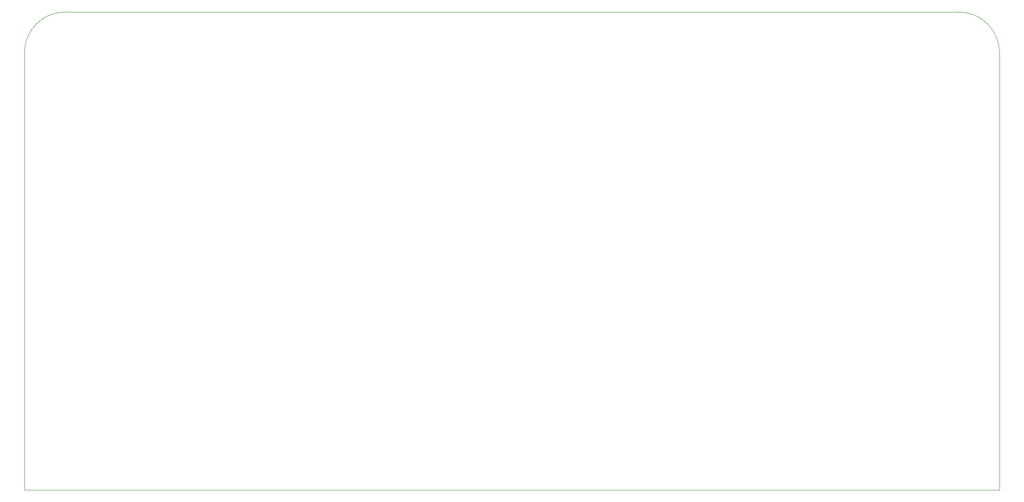
<source format=gko>
%FSLAX25Y25*%
%MOIN*%
G70*
G01*
G75*
G04 Layer_Color=16711935*
%ADD10R,0.02756X0.03150*%
%ADD11R,0.11000X0.02900*%
%ADD12O,0.08661X0.02362*%
%ADD13R,0.03150X0.02756*%
%ADD14R,0.05906X0.02362*%
%ADD15R,0.05118X0.03150*%
%ADD16R,0.12598X0.07874*%
%ADD17O,0.06890X0.01181*%
%ADD18C,0.01181*%
%ADD19C,0.01000*%
%ADD20C,0.01800*%
%ADD21C,0.02000*%
%ADD22C,0.03000*%
%ADD23C,0.07874*%
G04:AMPARAMS|DCode=24|XSize=78.74mil|YSize=78.74mil|CornerRadius=19.69mil|HoleSize=0mil|Usage=FLASHONLY|Rotation=0.000|XOffset=0mil|YOffset=0mil|HoleType=Round|Shape=RoundedRectangle|*
%AMROUNDEDRECTD24*
21,1,0.07874,0.03937,0,0,0.0*
21,1,0.03937,0.07874,0,0,0.0*
1,1,0.03937,0.01969,-0.01969*
1,1,0.03937,-0.01969,-0.01969*
1,1,0.03937,-0.01969,0.01969*
1,1,0.03937,0.01969,0.01969*
%
%ADD24ROUNDEDRECTD24*%
%ADD25C,0.23622*%
%ADD26C,0.05906*%
%ADD27R,0.05906X0.05906*%
%ADD28R,0.05906X0.05906*%
%ADD29C,0.27559*%
%ADD30C,0.06299*%
%ADD31R,0.06299X0.06299*%
%ADD32C,0.16535*%
%ADD33C,0.19685*%
%ADD34C,0.07087*%
%ADD35C,0.06000*%
%ADD36C,0.02756*%
%ADD37C,0.02362*%
%ADD38C,0.03937*%
%ADD39C,0.01969*%
%ADD40C,0.04000*%
%ADD41C,0.04000*%
%ADD42C,0.00787*%
%ADD43C,0.07937*%
%ADD44C,0.15811*%
%ADD45C,0.08331*%
%ADD46C,0.16598*%
%ADD47C,0.07543*%
G04:AMPARAMS|DCode=48|XSize=95.433mil|YSize=95.433mil|CornerRadius=0mil|HoleSize=0mil|Usage=FLASHONLY|Rotation=0.000|XOffset=0mil|YOffset=0mil|HoleType=Round|Shape=Relief|Width=10mil|Gap=10mil|Entries=4|*
%AMTHD48*
7,0,0,0.09543,0.07543,0.01000,45*
%
%ADD48THD48*%
%ADD49C,0.16205*%
%ADD50C,0.17779*%
%ADD51C,0.08685*%
%ADD52C,0.16520*%
%ADD53C,0.07000*%
%ADD54C,0.05181*%
G04:AMPARAMS|DCode=55|XSize=71.811mil|YSize=71.811mil|CornerRadius=0mil|HoleSize=0mil|Usage=FLASHONLY|Rotation=0.000|XOffset=0mil|YOffset=0mil|HoleType=Round|Shape=Relief|Width=10mil|Gap=10mil|Entries=4|*
%AMTHD55*
7,0,0,0.07181,0.05181,0.01000,45*
%
%ADD55THD55*%
%ADD56C,0.05969*%
G04:AMPARAMS|DCode=57|XSize=79.685mil|YSize=79.685mil|CornerRadius=0mil|HoleSize=0mil|Usage=FLASHONLY|Rotation=0.000|XOffset=0mil|YOffset=0mil|HoleType=Round|Shape=Relief|Width=10mil|Gap=10mil|Entries=4|*
%AMTHD57*
7,0,0,0.07969,0.05969,0.01000,45*
%
%ADD57THD57*%
%ADD58C,0.01772*%
%ADD59C,0.00984*%
%ADD60C,0.02362*%
%ADD61C,0.01575*%
%ADD62C,0.00394*%
%ADD63C,0.00750*%
%ADD64C,0.00500*%
%ADD65R,0.05800X0.12500*%
%ADD66R,0.02956X0.03350*%
%ADD67R,0.11200X0.03100*%
%ADD68O,0.08861X0.02562*%
%ADD69R,0.03350X0.02956*%
%ADD70R,0.06106X0.02562*%
%ADD71R,0.05318X0.03350*%
%ADD72R,0.12798X0.08074*%
%ADD73O,0.07090X0.01381*%
%ADD74C,0.08074*%
G04:AMPARAMS|DCode=75|XSize=80.74mil|YSize=80.74mil|CornerRadius=20.69mil|HoleSize=0mil|Usage=FLASHONLY|Rotation=0.000|XOffset=0mil|YOffset=0mil|HoleType=Round|Shape=RoundedRectangle|*
%AMROUNDEDRECTD75*
21,1,0.08074,0.03937,0,0,0.0*
21,1,0.03937,0.08074,0,0,0.0*
1,1,0.04137,0.01969,-0.01969*
1,1,0.04137,-0.01969,-0.01969*
1,1,0.04137,-0.01969,0.01969*
1,1,0.04137,0.01969,0.01969*
%
%ADD75ROUNDEDRECTD75*%
%ADD76C,0.00200*%
%ADD77C,0.23822*%
%ADD78C,0.06106*%
%ADD79R,0.06106X0.06106*%
%ADD80R,0.06106X0.06106*%
%ADD81C,0.27759*%
%ADD82C,0.06499*%
%ADD83R,0.06499X0.06499*%
%ADD84C,0.16735*%
%ADD85C,0.19885*%
%ADD86C,0.07287*%
%ADD87C,0.06200*%
%ADD88C,0.02562*%
%ADD89R,0.00394X0.03543*%
%ADD90R,0.03543X0.00394*%
%ADD91C,0.02956*%
%ADD92C,0.00100*%
%ADD93C,0.00100*%
D92*
X-35485Y-32677D02*
G03*
X-35433Y-32729I52J0D01*
G01*
X720472D02*
G03*
X720524Y-32677I0J52D01*
G01*
Y307087D02*
G03*
X688978Y338634I-31548J0D01*
G01*
D02*
G03*
X688976Y338634I-1J-31548D01*
G01*
X688978D02*
G03*
X688976Y338634I-1J-52D01*
G01*
X-3937D02*
G03*
X-35485Y307087I0J-31548D01*
G01*
X-35433Y-32729D02*
X720472D01*
X720524Y-32677D02*
Y307087D01*
X688976Y338634D02*
X688978D01*
X-3937Y338634D02*
X688976D01*
X-35485Y307087D02*
X-35485Y307087D01*
Y-32677D02*
Y307087D01*
D93*
X688976Y338634D02*
D03*
M02*

</source>
